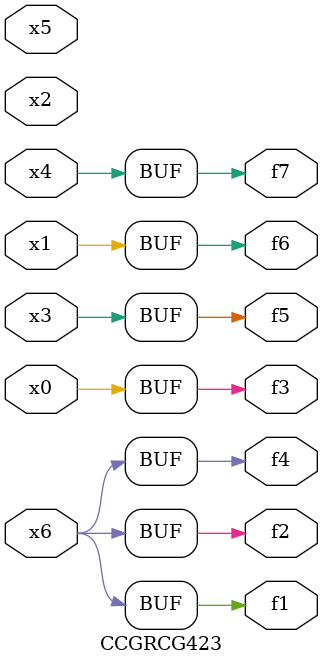
<source format=v>
module CCGRCG423(
	input x0, x1, x2, x3, x4, x5, x6,
	output f1, f2, f3, f4, f5, f6, f7
);
	assign f1 = x6;
	assign f2 = x6;
	assign f3 = x0;
	assign f4 = x6;
	assign f5 = x3;
	assign f6 = x1;
	assign f7 = x4;
endmodule

</source>
